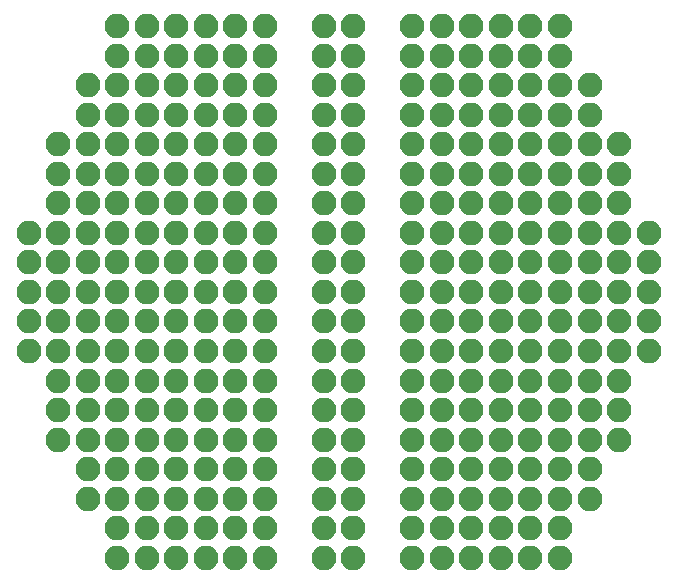
<source format=gbs>
G04 #@! TF.GenerationSoftware,KiCad,Pcbnew,no-vcs-found-1773985~61~ubuntu16.04.1*
G04 #@! TF.CreationDate,2018-02-01T00:18:09+01:00*
G04 #@! TF.ProjectId,ripolab_protroboard_v2,7269706F6C61625F70726F74726F626F,rev?*
G04 #@! TF.SameCoordinates,Original*
G04 #@! TF.FileFunction,Soldermask,Bot*
G04 #@! TF.FilePolarity,Negative*
%FSLAX46Y46*%
G04 Gerber Fmt 4.6, Leading zero omitted, Abs format (unit mm)*
G04 Created by KiCad (PCBNEW no-vcs-found-1773985~61~ubuntu16.04.1) date Thu Feb  1 00:18:09 2018*
%MOMM*%
%LPD*%
G01*
G04 APERTURE LIST*
%ADD10O,2.100000X2.100000*%
G04 APERTURE END LIST*
D10*
X117700660Y-93300100D03*
X117700660Y-103300100D03*
X117700660Y-95800100D03*
X117700660Y-100800100D03*
X117700660Y-98300100D03*
X170200660Y-100800100D03*
X170200660Y-93300100D03*
X170200660Y-103300100D03*
X170200660Y-95800100D03*
X170200660Y-98300100D03*
X165200660Y-80800100D03*
X165200660Y-83300100D03*
X132700660Y-120800100D03*
X135200660Y-120800100D03*
X135200660Y-118300100D03*
X162700660Y-118300100D03*
X125200660Y-120800100D03*
X125200660Y-118300100D03*
X127700660Y-118300100D03*
X157700660Y-120800100D03*
X155200660Y-120800100D03*
X155200660Y-118300100D03*
X130200660Y-120800100D03*
X130200660Y-118300100D03*
X162700660Y-120800100D03*
X160200660Y-118300100D03*
X145200660Y-120800100D03*
X157700660Y-118300100D03*
X150200660Y-120800100D03*
X145200660Y-118300100D03*
X142700660Y-118300100D03*
X160200660Y-120800100D03*
X127700660Y-120800100D03*
X137700660Y-120800100D03*
X150200660Y-118300100D03*
X152700660Y-120800100D03*
X142700660Y-120800100D03*
X137700660Y-118300100D03*
X132700660Y-118300100D03*
X152700660Y-118300100D03*
X157700660Y-115800100D03*
X160200660Y-115800100D03*
X160200660Y-113300100D03*
X150200660Y-115800100D03*
X150200660Y-113300100D03*
X152700660Y-113300100D03*
X165200660Y-113300100D03*
X155200660Y-115800100D03*
X155200660Y-113300100D03*
X152700660Y-115800100D03*
X145200660Y-113300100D03*
X162700660Y-115800100D03*
X165200660Y-115800100D03*
X145200660Y-115800100D03*
X162700660Y-113300100D03*
X157700660Y-113300100D03*
X125200660Y-113300100D03*
X130200660Y-115800100D03*
X122700660Y-113300100D03*
X142700660Y-115800100D03*
X122700660Y-115800100D03*
X142700660Y-113300100D03*
X132700660Y-115800100D03*
X135200660Y-115800100D03*
X137700660Y-115800100D03*
X127700660Y-113300100D03*
X130200660Y-113300100D03*
X125200660Y-115800100D03*
X127700660Y-115800100D03*
X132700660Y-113300100D03*
X135200660Y-113300100D03*
X137700660Y-113300100D03*
X155200660Y-100800100D03*
X142700660Y-100800100D03*
X150200660Y-103300100D03*
X132700660Y-100800100D03*
X125200660Y-105800100D03*
X122700660Y-105800100D03*
X132700660Y-105800100D03*
X145200660Y-110800100D03*
X137700660Y-110800100D03*
X135200660Y-100800100D03*
X142700660Y-110800100D03*
X145200660Y-108300100D03*
X122700660Y-108300100D03*
X120200660Y-108300100D03*
X162700660Y-103300100D03*
X150200660Y-100800100D03*
X120200660Y-100800100D03*
X142700660Y-108300100D03*
X152700660Y-100800100D03*
X167700660Y-108300100D03*
X142700660Y-105800100D03*
X137700660Y-100800100D03*
X120200660Y-105800100D03*
X130200660Y-103300100D03*
X127700660Y-103300100D03*
X125200660Y-103300100D03*
X145200660Y-100800100D03*
X167700660Y-103300100D03*
X145200660Y-103300100D03*
X165200660Y-105800100D03*
X165200660Y-103300100D03*
X157700660Y-100800100D03*
X135200660Y-105800100D03*
X132700660Y-103300100D03*
X122700660Y-103300100D03*
X120200660Y-103300100D03*
X122700660Y-110800100D03*
X120200660Y-110800100D03*
X130200660Y-108300100D03*
X155200660Y-108300100D03*
X152700660Y-105800100D03*
X137700660Y-105800100D03*
X137700660Y-103300100D03*
X157700660Y-108300100D03*
X155200660Y-103300100D03*
X135200660Y-110800100D03*
X132700660Y-110800100D03*
X137700660Y-108300100D03*
X135200660Y-108300100D03*
X160200660Y-108300100D03*
X157700660Y-110800100D03*
X155200660Y-105800100D03*
X150200660Y-108300100D03*
X167700660Y-110800100D03*
X142700660Y-103300100D03*
X152700660Y-103300100D03*
X162700660Y-110800100D03*
X167700660Y-100800100D03*
X132700660Y-108300100D03*
X125200660Y-100800100D03*
X165200660Y-100800100D03*
X130200660Y-105800100D03*
X127700660Y-105800100D03*
X160200660Y-110800100D03*
X127700660Y-108300100D03*
X125200660Y-108300100D03*
X145200660Y-105800100D03*
X157700660Y-103300100D03*
X160200660Y-100800100D03*
X150200660Y-105800100D03*
X167700660Y-105800100D03*
X162700660Y-108300100D03*
X160200660Y-105800100D03*
X157700660Y-105800100D03*
X155200660Y-110800100D03*
X122700660Y-100800100D03*
X130200660Y-100800100D03*
X127700660Y-100800100D03*
X162700660Y-105800100D03*
X150200660Y-110800100D03*
X160200660Y-103300100D03*
X162700660Y-100800100D03*
X165200660Y-108300100D03*
X152700660Y-110800100D03*
X165200660Y-110800100D03*
X135200660Y-103300100D03*
X130200660Y-110800100D03*
X127700660Y-110800100D03*
X125200660Y-110800100D03*
X152700660Y-108300100D03*
X125200660Y-93300100D03*
X122700660Y-93300100D03*
X120200660Y-93300100D03*
X130200660Y-90800100D03*
X127700660Y-90800100D03*
X125200660Y-90800100D03*
X145200660Y-88300100D03*
X167700660Y-90800100D03*
X145200660Y-90800100D03*
X165200660Y-93300100D03*
X165200660Y-90800100D03*
X157700660Y-88300100D03*
X135200660Y-98300100D03*
X132700660Y-98300100D03*
X137700660Y-95800100D03*
X135200660Y-95800100D03*
X160200660Y-95800100D03*
X157700660Y-98300100D03*
X155200660Y-93300100D03*
X150200660Y-95800100D03*
X145200660Y-93300100D03*
X157700660Y-90800100D03*
X160200660Y-88300100D03*
X150200660Y-93300100D03*
X167700660Y-93300100D03*
X162700660Y-95800100D03*
X160200660Y-93300100D03*
X157700660Y-93300100D03*
X155200660Y-98300100D03*
X122700660Y-88300100D03*
X150200660Y-88300100D03*
X120200660Y-88300100D03*
X142700660Y-95800100D03*
X152700660Y-88300100D03*
X167700660Y-95800100D03*
X142700660Y-93300100D03*
X137700660Y-88300100D03*
X160200660Y-90800100D03*
X162700660Y-88300100D03*
X165200660Y-95800100D03*
X152700660Y-98300100D03*
X165200660Y-98300100D03*
X135200660Y-90800100D03*
X130200660Y-98300100D03*
X127700660Y-98300100D03*
X125200660Y-98300100D03*
X122700660Y-98300100D03*
X120200660Y-98300100D03*
X130200660Y-95800100D03*
X155200660Y-95800100D03*
X152700660Y-93300100D03*
X137700660Y-93300100D03*
X137700660Y-90800100D03*
X157700660Y-95800100D03*
X155200660Y-90800100D03*
X132700660Y-93300100D03*
X145200660Y-98300100D03*
X137700660Y-98300100D03*
X135200660Y-88300100D03*
X142700660Y-98300100D03*
X145200660Y-95800100D03*
X160200660Y-98300100D03*
X127700660Y-95800100D03*
X125200660Y-95800100D03*
X122700660Y-95800100D03*
X120200660Y-95800100D03*
X130200660Y-93300100D03*
X127700660Y-93300100D03*
X152700660Y-90800100D03*
X162700660Y-98300100D03*
X155200660Y-88300100D03*
X167700660Y-98300100D03*
X142700660Y-90800100D03*
X135200660Y-93300100D03*
X132700660Y-90800100D03*
X162700660Y-93300100D03*
X150200660Y-98300100D03*
X167700660Y-88300100D03*
X132700660Y-95800100D03*
X142700660Y-88300100D03*
X150200660Y-90800100D03*
X122700660Y-90800100D03*
X120200660Y-90800100D03*
X130200660Y-88300100D03*
X127700660Y-88300100D03*
X125200660Y-88300100D03*
X162700660Y-90800100D03*
X152700660Y-95800100D03*
X165200660Y-88300100D03*
X132700660Y-88300100D03*
X157700660Y-75800100D03*
X157700660Y-78300100D03*
X160200660Y-75800100D03*
X162700660Y-83300100D03*
X160200660Y-80800100D03*
X157700660Y-80800100D03*
X162700660Y-80800100D03*
X167700660Y-85800100D03*
X162700660Y-75800100D03*
X160200660Y-78300100D03*
X165200660Y-85800100D03*
X160200660Y-83300100D03*
X157700660Y-85800100D03*
X160200660Y-85800100D03*
X157700660Y-83300100D03*
X162700660Y-85800100D03*
X162700660Y-78300100D03*
X145200660Y-85800100D03*
X150200660Y-83300100D03*
X155200660Y-83300100D03*
X152700660Y-83300100D03*
X155200660Y-80800100D03*
X152700660Y-80800100D03*
X152700660Y-78300100D03*
X150200660Y-75800100D03*
X150200660Y-80800100D03*
X150200660Y-78300100D03*
X145200660Y-80800100D03*
X150200660Y-85800100D03*
X155200660Y-85800100D03*
X152700660Y-85800100D03*
X152700660Y-75800100D03*
X155200660Y-78300100D03*
X145200660Y-78300100D03*
X145200660Y-83300100D03*
X155200660Y-75800100D03*
X145200660Y-75800100D03*
X137700660Y-80800100D03*
X135200660Y-80800100D03*
X132700660Y-80800100D03*
X142700660Y-78300100D03*
X137700660Y-78300100D03*
X135200660Y-75800100D03*
X132700660Y-75800100D03*
X142700660Y-85800100D03*
X137700660Y-85800100D03*
X135200660Y-85800100D03*
X132700660Y-85800100D03*
X142700660Y-83300100D03*
X137700660Y-83300100D03*
X135200660Y-83300100D03*
X132700660Y-83300100D03*
X142700660Y-80800100D03*
X135200660Y-78300100D03*
X132700660Y-78300100D03*
X142700660Y-75800100D03*
X137700660Y-75800100D03*
X130200660Y-85800100D03*
X127700660Y-85800100D03*
X125200660Y-85800100D03*
X122700660Y-85800100D03*
X120200660Y-85800100D03*
X130200660Y-83300100D03*
X127700660Y-83300100D03*
X125200660Y-83300100D03*
X122700660Y-83300100D03*
X130200660Y-80800100D03*
X127700660Y-80800100D03*
X125200660Y-80800100D03*
X122700660Y-80800100D03*
X130200660Y-78300100D03*
X127700660Y-78300100D03*
X125200660Y-78300100D03*
X130200660Y-75800100D03*
X127700660Y-75800100D03*
X125200660Y-75800100D03*
M02*

</source>
